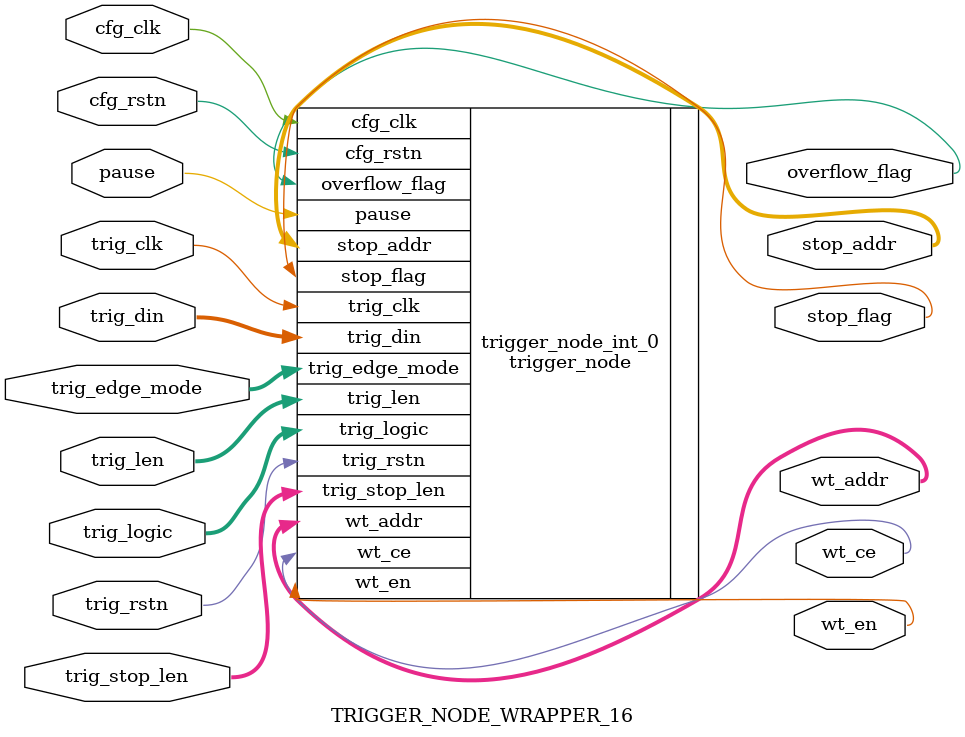
<source format=v>
module CFG_INT_WRAPPER(jtdi, jtck, jrstn, jrti, jscan, jshift, jupdate, jtdo, status, control);
	localparam DEFAULT_CTRL_LEN = 70;
	localparam DEFAULT_STAT_LEN = 18;
	localparam DEFAULT_TRIG_NUM = 1;
	input jtdi;
	input jtck;
	input jrstn;
	input jshift;
	input jupdate;
	input [1:0] jrti;
	input [1:0] jscan;
	input [DEFAULT_STAT_LEN-1:0] status;
	output [1:0] jtdo;
	output [DEFAULT_CTRL_LEN-1:0] control;

	cfg_int #(.INT_CTRL_REG_LEN(DEFAULT_CTRL_LEN), .INT_STAT_REG_LEN(DEFAULT_STAT_LEN), .INT_TRIG_NUM(DEFAULT_TRIG_NUM))
	 wrapper_cfg_inst(
		.jtdi(jtdi),
		.jtck(jtck),
		.jrstn(jrstn),
		.jrti(jrti),
		.jscan(jscan),
		.jshift(jshift),
		.jupdate(jupdate),
		.status(status),
		.jtdo(jtdo),
		.control(control)
	);
endmodule


module TRIGGER_NODE_WRAPPER_16(trig_clk, trig_rstn, pause, trig_logic, trig_din, trig_edge_mode, trig_len, trig_stop_len, cfg_clk, cfg_rstn, overflow_flag, stop_flag, stop_addr,  wt_ce, wt_en, wt_addr);
	localparam DEFAULT_DET_NUM = 16;
	localparam DEFAULT_STOP_LEN = 85;
	input [DEFAULT_DET_NUM-1:0] trig_din;
	input trig_clk;
	input trig_rstn;
	input pause;
	input [1:0] trig_logic;
	input [DEFAULT_DET_NUM*3-1:0] trig_edge_mode;
	input [15:0] trig_len;
	input [1:0] trig_stop_len;
	input cfg_clk;
	input cfg_rstn;
	output overflow_flag;
	output stop_flag;
	output [15:0] stop_addr;
	output [15:0] wt_addr;
	output wt_en;
	output wt_ce;

	trigger_node #(.DET_NUM(DEFAULT_DET_NUM), .STOP_LEN(DEFAULT_STOP_LEN))
	 trigger_node_int_0(
		.trig_din(trig_din),
		.trig_clk(trig_clk),
		.trig_rstn(trig_rstn),
		.pause(pause),
		.trig_logic(trig_logic),
		.trig_edge_mode(trig_edge_mode),
		.trig_len(trig_len),
		.trig_stop_len(trig_stop_len),
		.cfg_clk(cfg_clk),
		.cfg_rstn(cfg_rstn),
		.overflow_flag(overflow_flag),
		.stop_flag(stop_flag),
		.stop_addr(stop_addr),
		.wt_addr(wt_addr),
		.wt_en(wt_en),
		.wt_ce(wt_ce)
	);
endmodule



</source>
